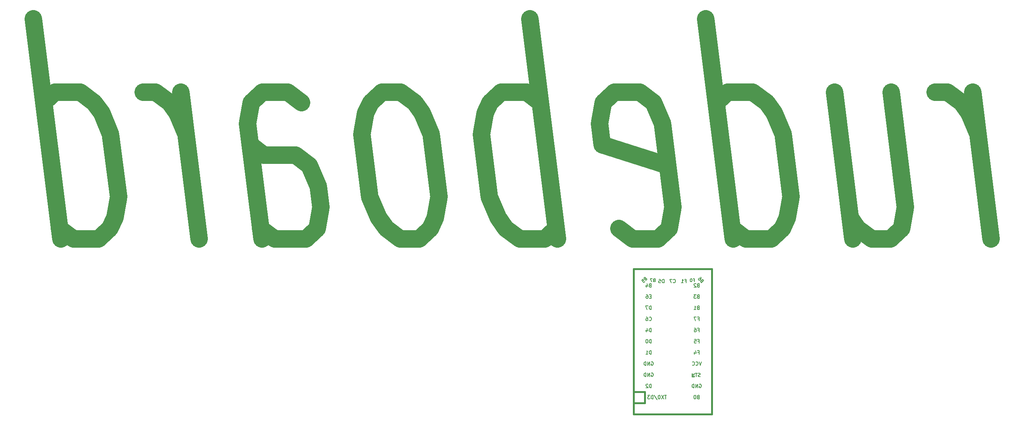
<source format=gbr>
G04 #@! TF.GenerationSoftware,KiCad,Pcbnew,(5.1.2)-2*
G04 #@! TF.CreationDate,2019-06-19T01:42:53+05:00*
G04 #@! TF.ProjectId,rudeboard,72756465-626f-4617-9264-2e6b69636164,1*
G04 #@! TF.SameCoordinates,Original*
G04 #@! TF.FileFunction,Legend,Bot*
G04 #@! TF.FilePolarity,Positive*
%FSLAX46Y46*%
G04 Gerber Fmt 4.6, Leading zero omitted, Abs format (unit mm)*
G04 Created by KiCad (PCBNEW (5.1.2)-2) date 2019-06-19 01:42:53*
%MOMM*%
%LPD*%
G04 APERTURE LIST*
%ADD10C,4.000000*%
%ADD11C,0.381000*%
%ADD12C,0.150000*%
G04 APERTURE END LIST*
D10*
X326456166Y-140475047D02*
X322289500Y-107141714D01*
X323479976Y-116665523D02*
X321456166Y-111903619D01*
X319729976Y-109522666D01*
X316575214Y-107141714D01*
X313718071Y-107141714D01*
X290860928Y-107141714D02*
X295027595Y-140475047D01*
X303718071Y-107141714D02*
X306991880Y-133332190D01*
X306158547Y-138094095D01*
X303599023Y-140475047D01*
X299313309Y-140475047D01*
X296158547Y-138094095D01*
X294432357Y-135713142D01*
X267884738Y-140475047D02*
X261634738Y-90475047D01*
X267587119Y-138094095D02*
X270741880Y-140475047D01*
X276456166Y-140475047D01*
X279015690Y-138094095D01*
X280146642Y-135713142D01*
X280979976Y-130951238D01*
X279194261Y-116665523D01*
X277170452Y-111903619D01*
X275444261Y-109522666D01*
X272289500Y-107141714D01*
X266575214Y-107141714D01*
X264015690Y-109522666D01*
X241872833Y-138094095D02*
X245027595Y-140475047D01*
X250741880Y-140475047D01*
X253301404Y-138094095D01*
X254134738Y-133332190D01*
X251753785Y-114284571D01*
X249729976Y-109522666D01*
X246575214Y-107141714D01*
X240860928Y-107141714D01*
X238301404Y-109522666D01*
X237468071Y-114284571D01*
X238063309Y-119046476D01*
X252944261Y-123808380D01*
X227884738Y-140475047D02*
X221634738Y-90475047D01*
X224015690Y-109522666D02*
X220860928Y-107141714D01*
X215146642Y-107141714D01*
X212587119Y-109522666D01*
X211456166Y-111903619D01*
X210622833Y-116665523D01*
X212408547Y-130951238D01*
X214432357Y-135713142D01*
X216158547Y-138094095D01*
X219313309Y-140475047D01*
X225027595Y-140475047D01*
X227587119Y-138094095D01*
X196456166Y-140475047D02*
X199015690Y-138094095D01*
X200146642Y-135713142D01*
X200979976Y-130951238D01*
X199194261Y-116665523D01*
X197170452Y-111903619D01*
X195444261Y-109522666D01*
X192289500Y-107141714D01*
X188003785Y-107141714D01*
X185444261Y-109522666D01*
X184313309Y-111903619D01*
X183479976Y-116665523D01*
X185265690Y-130951238D01*
X187289500Y-135713142D01*
X189015690Y-138094095D01*
X192170452Y-140475047D01*
X196456166Y-140475047D01*
X160741880Y-140475047D02*
X157468071Y-114284571D01*
X158301404Y-109522666D01*
X160860928Y-107141714D01*
X166575214Y-107141714D01*
X169729976Y-109522666D01*
X160444261Y-138094095D02*
X163599023Y-140475047D01*
X170741880Y-140475047D01*
X173301404Y-138094095D01*
X174134738Y-133332190D01*
X173539500Y-128570285D01*
X171515690Y-123808380D01*
X168360928Y-121427428D01*
X161218071Y-121427428D01*
X158063309Y-119046476D01*
X146456166Y-140475047D02*
X142289500Y-107141714D01*
X143479976Y-116665523D02*
X141456166Y-111903619D01*
X139729976Y-109522666D01*
X136575214Y-107141714D01*
X133718071Y-107141714D01*
X115027595Y-140475047D02*
X108777595Y-90475047D01*
X114729976Y-138094095D02*
X117884738Y-140475047D01*
X123599023Y-140475047D01*
X126158547Y-138094095D01*
X127289500Y-135713142D01*
X128122833Y-130951238D01*
X126337119Y-116665523D01*
X124313309Y-111903619D01*
X122587119Y-109522666D01*
X119432357Y-107141714D01*
X113718071Y-107141714D01*
X111158547Y-109522666D01*
D11*
X247777000Y-177800000D02*
X245237000Y-177800000D01*
X245237000Y-180340000D02*
X245237000Y-177800000D01*
X263017000Y-180340000D02*
X245237000Y-180340000D01*
X263017000Y-177800000D02*
X263017000Y-180340000D01*
D12*
G36*
X259058568Y-171320640D02*
G01*
X259058568Y-171120640D01*
X258958568Y-171120640D01*
X258958568Y-171320640D01*
X259058568Y-171320640D01*
G37*
X259058568Y-171320640D02*
X259058568Y-171120640D01*
X258958568Y-171120640D01*
X258958568Y-171320640D01*
X259058568Y-171320640D01*
G36*
X258658568Y-171920640D02*
G01*
X258658568Y-171120640D01*
X258558568Y-171120640D01*
X258558568Y-171920640D01*
X258658568Y-171920640D01*
G37*
X258658568Y-171920640D02*
X258658568Y-171120640D01*
X258558568Y-171120640D01*
X258558568Y-171920640D01*
X258658568Y-171920640D01*
G36*
X259058568Y-171920640D02*
G01*
X259058568Y-171820640D01*
X258558568Y-171820640D01*
X258558568Y-171920640D01*
X259058568Y-171920640D01*
G37*
X259058568Y-171920640D02*
X259058568Y-171820640D01*
X258558568Y-171820640D01*
X258558568Y-171920640D01*
X259058568Y-171920640D01*
G36*
X258858568Y-171520640D02*
G01*
X258858568Y-171420640D01*
X258758568Y-171420640D01*
X258758568Y-171520640D01*
X258858568Y-171520640D01*
G37*
X258858568Y-171520640D02*
X258858568Y-171420640D01*
X258758568Y-171420640D01*
X258758568Y-171520640D01*
X258858568Y-171520640D01*
G36*
X259058568Y-171920640D02*
G01*
X259058568Y-171620640D01*
X258958568Y-171620640D01*
X258958568Y-171920640D01*
X259058568Y-171920640D01*
G37*
X259058568Y-171920640D02*
X259058568Y-171620640D01*
X258958568Y-171620640D01*
X258958568Y-171920640D01*
X259058568Y-171920640D01*
D11*
X247777000Y-175260000D02*
X245237000Y-175260000D01*
X247777000Y-177800000D02*
X247777000Y-175260000D01*
X263017000Y-147320000D02*
X263017000Y-177800000D01*
X245237000Y-147320000D02*
X263017000Y-147320000D01*
X245237000Y-177800000D02*
X245237000Y-147320000D01*
D12*
X252177476Y-150521904D02*
X252177476Y-149721904D01*
X251987000Y-149721904D01*
X251872714Y-149760000D01*
X251796523Y-149836190D01*
X251758428Y-149912380D01*
X251720333Y-150064761D01*
X251720333Y-150179047D01*
X251758428Y-150331428D01*
X251796523Y-150407619D01*
X251872714Y-150483809D01*
X251987000Y-150521904D01*
X252177476Y-150521904D01*
X250996523Y-149721904D02*
X251377476Y-149721904D01*
X251415571Y-150102857D01*
X251377476Y-150064761D01*
X251301285Y-150026666D01*
X251110809Y-150026666D01*
X251034619Y-150064761D01*
X250996523Y-150102857D01*
X250958428Y-150179047D01*
X250958428Y-150369523D01*
X250996523Y-150445714D01*
X251034619Y-150483809D01*
X251110809Y-150521904D01*
X251301285Y-150521904D01*
X251377476Y-150483809D01*
X251415571Y-150445714D01*
X256933666Y-150102857D02*
X257200333Y-150102857D01*
X257200333Y-150521904D02*
X257200333Y-149721904D01*
X256819380Y-149721904D01*
X256095571Y-150521904D02*
X256552714Y-150521904D01*
X256324142Y-150521904D02*
X256324142Y-149721904D01*
X256400333Y-149836190D01*
X256476523Y-149912380D01*
X256552714Y-149950476D01*
X254260333Y-150445714D02*
X254298428Y-150483809D01*
X254412714Y-150521904D01*
X254488904Y-150521904D01*
X254603190Y-150483809D01*
X254679380Y-150407619D01*
X254717476Y-150331428D01*
X254755571Y-150179047D01*
X254755571Y-150064761D01*
X254717476Y-149912380D01*
X254679380Y-149836190D01*
X254603190Y-149760000D01*
X254488904Y-149721904D01*
X254412714Y-149721904D01*
X254298428Y-149760000D01*
X254260333Y-149798095D01*
X253993666Y-149721904D02*
X253460333Y-149721904D01*
X253803190Y-150521904D01*
X260762702Y-150024991D02*
X260668421Y-149977851D01*
X260621280Y-149977851D01*
X260550570Y-150001421D01*
X260479859Y-150072132D01*
X260456289Y-150142842D01*
X260456289Y-150189983D01*
X260479859Y-150260693D01*
X260668421Y-150449255D01*
X261163396Y-149954280D01*
X260998404Y-149789289D01*
X260927693Y-149765719D01*
X260880553Y-149765719D01*
X260809842Y-149789289D01*
X260762702Y-149836429D01*
X260739132Y-149907140D01*
X260739132Y-149954280D01*
X260762702Y-150024991D01*
X260927693Y-150189983D01*
X260456289Y-149247174D02*
X260550570Y-149341455D01*
X260574140Y-149412165D01*
X260574140Y-149459306D01*
X260550570Y-149577157D01*
X260479859Y-149695008D01*
X260291297Y-149883570D01*
X260220587Y-149907140D01*
X260173446Y-149907140D01*
X260102735Y-149883570D01*
X260008455Y-149789289D01*
X259984884Y-149718578D01*
X259984884Y-149671438D01*
X260008455Y-149600727D01*
X260126306Y-149482876D01*
X260197016Y-149459306D01*
X260244157Y-149459306D01*
X260314867Y-149482876D01*
X260409148Y-149577157D01*
X260432719Y-149647867D01*
X260432719Y-149695008D01*
X260409148Y-149765719D01*
X258860333Y-149910000D02*
X259093666Y-149910000D01*
X259093666Y-150276666D02*
X259093666Y-149576666D01*
X258760333Y-149576666D01*
X258360333Y-149576666D02*
X258293666Y-149576666D01*
X258227000Y-149610000D01*
X258193666Y-149643333D01*
X258160333Y-149710000D01*
X258127000Y-149843333D01*
X258127000Y-150010000D01*
X258160333Y-150143333D01*
X258193666Y-150210000D01*
X258227000Y-150243333D01*
X258293666Y-150276666D01*
X258360333Y-150276666D01*
X258427000Y-150243333D01*
X258460333Y-150210000D01*
X258493666Y-150143333D01*
X258527000Y-150010000D01*
X258527000Y-149843333D01*
X258493666Y-149710000D01*
X258460333Y-149643333D01*
X258427000Y-149610000D01*
X258360333Y-149576666D01*
X249910333Y-149910000D02*
X249810333Y-149943333D01*
X249777000Y-149976666D01*
X249743666Y-150043333D01*
X249743666Y-150143333D01*
X249777000Y-150210000D01*
X249810333Y-150243333D01*
X249877000Y-150276666D01*
X250143666Y-150276666D01*
X250143666Y-149576666D01*
X249910333Y-149576666D01*
X249843666Y-149610000D01*
X249810333Y-149643333D01*
X249777000Y-149710000D01*
X249777000Y-149776666D01*
X249810333Y-149843333D01*
X249843666Y-149876666D01*
X249910333Y-149910000D01*
X250143666Y-149910000D01*
X249510333Y-149576666D02*
X249043666Y-149576666D01*
X249343666Y-150276666D01*
X252745604Y-176091904D02*
X252288461Y-176091904D01*
X252517032Y-176891904D02*
X252517032Y-176091904D01*
X252097985Y-176091904D02*
X251564651Y-176891904D01*
X251564651Y-176091904D02*
X252097985Y-176891904D01*
X251107508Y-176091904D02*
X251031318Y-176091904D01*
X250955128Y-176130000D01*
X250917032Y-176168095D01*
X250878937Y-176244285D01*
X250840842Y-176396666D01*
X250840842Y-176587142D01*
X250878937Y-176739523D01*
X250917032Y-176815714D01*
X250955128Y-176853809D01*
X251031318Y-176891904D01*
X251107508Y-176891904D01*
X251183699Y-176853809D01*
X251221794Y-176815714D01*
X251259889Y-176739523D01*
X251297985Y-176587142D01*
X251297985Y-176396666D01*
X251259889Y-176244285D01*
X251221794Y-176168095D01*
X251183699Y-176130000D01*
X251107508Y-176091904D01*
X249926556Y-176053809D02*
X250612270Y-177082380D01*
X249659889Y-176891904D02*
X249659889Y-176091904D01*
X249469413Y-176091904D01*
X249355128Y-176130000D01*
X249278937Y-176206190D01*
X249240842Y-176282380D01*
X249202747Y-176434761D01*
X249202747Y-176549047D01*
X249240842Y-176701428D01*
X249278937Y-176777619D01*
X249355128Y-176853809D01*
X249469413Y-176891904D01*
X249659889Y-176891904D01*
X248936080Y-176091904D02*
X248440842Y-176091904D01*
X248707508Y-176396666D01*
X248593223Y-176396666D01*
X248517032Y-176434761D01*
X248478937Y-176472857D01*
X248440842Y-176549047D01*
X248440842Y-176739523D01*
X248478937Y-176815714D01*
X248517032Y-176853809D01*
X248593223Y-176891904D01*
X248821794Y-176891904D01*
X248897985Y-176853809D01*
X248936080Y-176815714D01*
X249256476Y-174351904D02*
X249256476Y-173551904D01*
X249066000Y-173551904D01*
X248951714Y-173590000D01*
X248875523Y-173666190D01*
X248837428Y-173742380D01*
X248799333Y-173894761D01*
X248799333Y-174009047D01*
X248837428Y-174161428D01*
X248875523Y-174237619D01*
X248951714Y-174313809D01*
X249066000Y-174351904D01*
X249256476Y-174351904D01*
X248494571Y-173628095D02*
X248456476Y-173590000D01*
X248380285Y-173551904D01*
X248189809Y-173551904D01*
X248113619Y-173590000D01*
X248075523Y-173628095D01*
X248037428Y-173704285D01*
X248037428Y-173780476D01*
X248075523Y-173894761D01*
X248532666Y-174351904D01*
X248037428Y-174351904D01*
X249256476Y-164191904D02*
X249256476Y-163391904D01*
X249066000Y-163391904D01*
X248951714Y-163430000D01*
X248875523Y-163506190D01*
X248837428Y-163582380D01*
X248799333Y-163734761D01*
X248799333Y-163849047D01*
X248837428Y-164001428D01*
X248875523Y-164077619D01*
X248951714Y-164153809D01*
X249066000Y-164191904D01*
X249256476Y-164191904D01*
X248304095Y-163391904D02*
X248227904Y-163391904D01*
X248151714Y-163430000D01*
X248113619Y-163468095D01*
X248075523Y-163544285D01*
X248037428Y-163696666D01*
X248037428Y-163887142D01*
X248075523Y-164039523D01*
X248113619Y-164115714D01*
X248151714Y-164153809D01*
X248227904Y-164191904D01*
X248304095Y-164191904D01*
X248380285Y-164153809D01*
X248418380Y-164115714D01*
X248456476Y-164039523D01*
X248494571Y-163887142D01*
X248494571Y-163696666D01*
X248456476Y-163544285D01*
X248418380Y-163468095D01*
X248380285Y-163430000D01*
X248304095Y-163391904D01*
X249256476Y-166731904D02*
X249256476Y-165931904D01*
X249066000Y-165931904D01*
X248951714Y-165970000D01*
X248875523Y-166046190D01*
X248837428Y-166122380D01*
X248799333Y-166274761D01*
X248799333Y-166389047D01*
X248837428Y-166541428D01*
X248875523Y-166617619D01*
X248951714Y-166693809D01*
X249066000Y-166731904D01*
X249256476Y-166731904D01*
X248037428Y-166731904D02*
X248494571Y-166731904D01*
X248266000Y-166731904D02*
X248266000Y-165931904D01*
X248342190Y-166046190D01*
X248418380Y-166122380D01*
X248494571Y-166160476D01*
X249275523Y-168510000D02*
X249351714Y-168471904D01*
X249466000Y-168471904D01*
X249580285Y-168510000D01*
X249656476Y-168586190D01*
X249694571Y-168662380D01*
X249732666Y-168814761D01*
X249732666Y-168929047D01*
X249694571Y-169081428D01*
X249656476Y-169157619D01*
X249580285Y-169233809D01*
X249466000Y-169271904D01*
X249389809Y-169271904D01*
X249275523Y-169233809D01*
X249237428Y-169195714D01*
X249237428Y-168929047D01*
X249389809Y-168929047D01*
X248894571Y-169271904D02*
X248894571Y-168471904D01*
X248437428Y-169271904D01*
X248437428Y-168471904D01*
X248056476Y-169271904D02*
X248056476Y-168471904D01*
X247866000Y-168471904D01*
X247751714Y-168510000D01*
X247675523Y-168586190D01*
X247637428Y-168662380D01*
X247599333Y-168814761D01*
X247599333Y-168929047D01*
X247637428Y-169081428D01*
X247675523Y-169157619D01*
X247751714Y-169233809D01*
X247866000Y-169271904D01*
X248056476Y-169271904D01*
X249275523Y-171050000D02*
X249351714Y-171011904D01*
X249466000Y-171011904D01*
X249580285Y-171050000D01*
X249656476Y-171126190D01*
X249694571Y-171202380D01*
X249732666Y-171354761D01*
X249732666Y-171469047D01*
X249694571Y-171621428D01*
X249656476Y-171697619D01*
X249580285Y-171773809D01*
X249466000Y-171811904D01*
X249389809Y-171811904D01*
X249275523Y-171773809D01*
X249237428Y-171735714D01*
X249237428Y-171469047D01*
X249389809Y-171469047D01*
X248894571Y-171811904D02*
X248894571Y-171011904D01*
X248437428Y-171811904D01*
X248437428Y-171011904D01*
X248056476Y-171811904D02*
X248056476Y-171011904D01*
X247866000Y-171011904D01*
X247751714Y-171050000D01*
X247675523Y-171126190D01*
X247637428Y-171202380D01*
X247599333Y-171354761D01*
X247599333Y-171469047D01*
X247637428Y-171621428D01*
X247675523Y-171697619D01*
X247751714Y-171773809D01*
X247866000Y-171811904D01*
X248056476Y-171811904D01*
X249256476Y-161651904D02*
X249256476Y-160851904D01*
X249066000Y-160851904D01*
X248951714Y-160890000D01*
X248875523Y-160966190D01*
X248837428Y-161042380D01*
X248799333Y-161194761D01*
X248799333Y-161309047D01*
X248837428Y-161461428D01*
X248875523Y-161537619D01*
X248951714Y-161613809D01*
X249066000Y-161651904D01*
X249256476Y-161651904D01*
X248113619Y-161118571D02*
X248113619Y-161651904D01*
X248304095Y-160813809D02*
X248494571Y-161385238D01*
X247999333Y-161385238D01*
X248799333Y-159035714D02*
X248837428Y-159073809D01*
X248951714Y-159111904D01*
X249027904Y-159111904D01*
X249142190Y-159073809D01*
X249218380Y-158997619D01*
X249256476Y-158921428D01*
X249294571Y-158769047D01*
X249294571Y-158654761D01*
X249256476Y-158502380D01*
X249218380Y-158426190D01*
X249142190Y-158350000D01*
X249027904Y-158311904D01*
X248951714Y-158311904D01*
X248837428Y-158350000D01*
X248799333Y-158388095D01*
X248113619Y-158311904D02*
X248266000Y-158311904D01*
X248342190Y-158350000D01*
X248380285Y-158388095D01*
X248456476Y-158502380D01*
X248494571Y-158654761D01*
X248494571Y-158959523D01*
X248456476Y-159035714D01*
X248418380Y-159073809D01*
X248342190Y-159111904D01*
X248189809Y-159111904D01*
X248113619Y-159073809D01*
X248075523Y-159035714D01*
X248037428Y-158959523D01*
X248037428Y-158769047D01*
X248075523Y-158692857D01*
X248113619Y-158654761D01*
X248189809Y-158616666D01*
X248342190Y-158616666D01*
X248418380Y-158654761D01*
X248456476Y-158692857D01*
X248494571Y-158769047D01*
X249256476Y-156571904D02*
X249256476Y-155771904D01*
X249066000Y-155771904D01*
X248951714Y-155810000D01*
X248875523Y-155886190D01*
X248837428Y-155962380D01*
X248799333Y-156114761D01*
X248799333Y-156229047D01*
X248837428Y-156381428D01*
X248875523Y-156457619D01*
X248951714Y-156533809D01*
X249066000Y-156571904D01*
X249256476Y-156571904D01*
X248532666Y-155771904D02*
X247999333Y-155771904D01*
X248342190Y-156571904D01*
X249218380Y-153612857D02*
X248951714Y-153612857D01*
X248837428Y-154031904D02*
X249218380Y-154031904D01*
X249218380Y-153231904D01*
X248837428Y-153231904D01*
X248151714Y-153231904D02*
X248304095Y-153231904D01*
X248380285Y-153270000D01*
X248418380Y-153308095D01*
X248494571Y-153422380D01*
X248532666Y-153574761D01*
X248532666Y-153879523D01*
X248494571Y-153955714D01*
X248456476Y-153993809D01*
X248380285Y-154031904D01*
X248227904Y-154031904D01*
X248151714Y-153993809D01*
X248113619Y-153955714D01*
X248075523Y-153879523D01*
X248075523Y-153689047D01*
X248113619Y-153612857D01*
X248151714Y-153574761D01*
X248227904Y-153536666D01*
X248380285Y-153536666D01*
X248456476Y-153574761D01*
X248494571Y-153612857D01*
X248532666Y-153689047D01*
X248989809Y-151072857D02*
X248875523Y-151110952D01*
X248837428Y-151149047D01*
X248799333Y-151225238D01*
X248799333Y-151339523D01*
X248837428Y-151415714D01*
X248875523Y-151453809D01*
X248951714Y-151491904D01*
X249256476Y-151491904D01*
X249256476Y-150691904D01*
X248989809Y-150691904D01*
X248913619Y-150730000D01*
X248875523Y-150768095D01*
X248837428Y-150844285D01*
X248837428Y-150920476D01*
X248875523Y-150996666D01*
X248913619Y-151034761D01*
X248989809Y-151072857D01*
X249256476Y-151072857D01*
X248113619Y-150958571D02*
X248113619Y-151491904D01*
X248304095Y-150653809D02*
X248494571Y-151225238D01*
X247999333Y-151225238D01*
X247891991Y-149624297D02*
X247844851Y-149718578D01*
X247844851Y-149765719D01*
X247868421Y-149836429D01*
X247939132Y-149907140D01*
X248009842Y-149930710D01*
X248056983Y-149930710D01*
X248127693Y-149907140D01*
X248316255Y-149718578D01*
X247821280Y-149223603D01*
X247656289Y-149388595D01*
X247632719Y-149459306D01*
X247632719Y-149506446D01*
X247656289Y-149577157D01*
X247703429Y-149624297D01*
X247774140Y-149647867D01*
X247821280Y-149647867D01*
X247891991Y-149624297D01*
X248056983Y-149459306D01*
X247090603Y-149954280D02*
X247326306Y-149718578D01*
X247585578Y-149930710D01*
X247538438Y-149930710D01*
X247467727Y-149954280D01*
X247349876Y-150072132D01*
X247326306Y-150142842D01*
X247326306Y-150189983D01*
X247349876Y-150260693D01*
X247467727Y-150378544D01*
X247538438Y-150402115D01*
X247585578Y-150402115D01*
X247656289Y-150378544D01*
X247774140Y-150260693D01*
X247797710Y-150189983D01*
X247797710Y-150142842D01*
X259911809Y-153612857D02*
X259797523Y-153650952D01*
X259759428Y-153689047D01*
X259721333Y-153765238D01*
X259721333Y-153879523D01*
X259759428Y-153955714D01*
X259797523Y-153993809D01*
X259873714Y-154031904D01*
X260178476Y-154031904D01*
X260178476Y-153231904D01*
X259911809Y-153231904D01*
X259835619Y-153270000D01*
X259797523Y-153308095D01*
X259759428Y-153384285D01*
X259759428Y-153460476D01*
X259797523Y-153536666D01*
X259835619Y-153574761D01*
X259911809Y-153612857D01*
X260178476Y-153612857D01*
X259454666Y-153231904D02*
X258959428Y-153231904D01*
X259226095Y-153536666D01*
X259111809Y-153536666D01*
X259035619Y-153574761D01*
X258997523Y-153612857D01*
X258959428Y-153689047D01*
X258959428Y-153879523D01*
X258997523Y-153955714D01*
X259035619Y-153993809D01*
X259111809Y-154031904D01*
X259340380Y-154031904D01*
X259416571Y-153993809D01*
X259454666Y-153955714D01*
X259911809Y-156152857D02*
X259797523Y-156190952D01*
X259759428Y-156229047D01*
X259721333Y-156305238D01*
X259721333Y-156419523D01*
X259759428Y-156495714D01*
X259797523Y-156533809D01*
X259873714Y-156571904D01*
X260178476Y-156571904D01*
X260178476Y-155771904D01*
X259911809Y-155771904D01*
X259835619Y-155810000D01*
X259797523Y-155848095D01*
X259759428Y-155924285D01*
X259759428Y-156000476D01*
X259797523Y-156076666D01*
X259835619Y-156114761D01*
X259911809Y-156152857D01*
X260178476Y-156152857D01*
X258959428Y-156571904D02*
X259416571Y-156571904D01*
X259188000Y-156571904D02*
X259188000Y-155771904D01*
X259264190Y-155886190D01*
X259340380Y-155962380D01*
X259416571Y-156000476D01*
X259854666Y-166312857D02*
X260121333Y-166312857D01*
X260121333Y-166731904D02*
X260121333Y-165931904D01*
X259740380Y-165931904D01*
X259092761Y-166198571D02*
X259092761Y-166731904D01*
X259283238Y-165893809D02*
X259473714Y-166465238D01*
X258978476Y-166465238D01*
X260654666Y-168471904D02*
X260388000Y-169271904D01*
X260121333Y-168471904D01*
X259397523Y-169195714D02*
X259435619Y-169233809D01*
X259549904Y-169271904D01*
X259626095Y-169271904D01*
X259740380Y-169233809D01*
X259816571Y-169157619D01*
X259854666Y-169081428D01*
X259892761Y-168929047D01*
X259892761Y-168814761D01*
X259854666Y-168662380D01*
X259816571Y-168586190D01*
X259740380Y-168510000D01*
X259626095Y-168471904D01*
X259549904Y-168471904D01*
X259435619Y-168510000D01*
X259397523Y-168548095D01*
X258597523Y-169195714D02*
X258635619Y-169233809D01*
X258749904Y-169271904D01*
X258826095Y-169271904D01*
X258940380Y-169233809D01*
X259016571Y-169157619D01*
X259054666Y-169081428D01*
X259092761Y-168929047D01*
X259092761Y-168814761D01*
X259054666Y-168662380D01*
X259016571Y-168586190D01*
X258940380Y-168510000D01*
X258826095Y-168471904D01*
X258749904Y-168471904D01*
X258635619Y-168510000D01*
X258597523Y-168548095D01*
X260393453Y-171803809D02*
X260279167Y-171841904D01*
X260088691Y-171841904D01*
X260012500Y-171803809D01*
X259974405Y-171765714D01*
X259936310Y-171689523D01*
X259936310Y-171613333D01*
X259974405Y-171537142D01*
X260012500Y-171499047D01*
X260088691Y-171460952D01*
X260241072Y-171422857D01*
X260317262Y-171384761D01*
X260355358Y-171346666D01*
X260393453Y-171270476D01*
X260393453Y-171194285D01*
X260355358Y-171118095D01*
X260317262Y-171080000D01*
X260241072Y-171041904D01*
X260050596Y-171041904D01*
X259936310Y-171080000D01*
X259707739Y-171041904D02*
X259250596Y-171041904D01*
X259479167Y-171841904D02*
X259479167Y-171041904D01*
X260197523Y-173590000D02*
X260273714Y-173551904D01*
X260388000Y-173551904D01*
X260502285Y-173590000D01*
X260578476Y-173666190D01*
X260616571Y-173742380D01*
X260654666Y-173894761D01*
X260654666Y-174009047D01*
X260616571Y-174161428D01*
X260578476Y-174237619D01*
X260502285Y-174313809D01*
X260388000Y-174351904D01*
X260311809Y-174351904D01*
X260197523Y-174313809D01*
X260159428Y-174275714D01*
X260159428Y-174009047D01*
X260311809Y-174009047D01*
X259816571Y-174351904D02*
X259816571Y-173551904D01*
X259359428Y-174351904D01*
X259359428Y-173551904D01*
X258978476Y-174351904D02*
X258978476Y-173551904D01*
X258788000Y-173551904D01*
X258673714Y-173590000D01*
X258597523Y-173666190D01*
X258559428Y-173742380D01*
X258521333Y-173894761D01*
X258521333Y-174009047D01*
X258559428Y-174161428D01*
X258597523Y-174237619D01*
X258673714Y-174313809D01*
X258788000Y-174351904D01*
X258978476Y-174351904D01*
X259911809Y-176472857D02*
X259797523Y-176510952D01*
X259759428Y-176549047D01*
X259721333Y-176625238D01*
X259721333Y-176739523D01*
X259759428Y-176815714D01*
X259797523Y-176853809D01*
X259873714Y-176891904D01*
X260178476Y-176891904D01*
X260178476Y-176091904D01*
X259911809Y-176091904D01*
X259835619Y-176130000D01*
X259797523Y-176168095D01*
X259759428Y-176244285D01*
X259759428Y-176320476D01*
X259797523Y-176396666D01*
X259835619Y-176434761D01*
X259911809Y-176472857D01*
X260178476Y-176472857D01*
X259226095Y-176091904D02*
X259149904Y-176091904D01*
X259073714Y-176130000D01*
X259035619Y-176168095D01*
X258997523Y-176244285D01*
X258959428Y-176396666D01*
X258959428Y-176587142D01*
X258997523Y-176739523D01*
X259035619Y-176815714D01*
X259073714Y-176853809D01*
X259149904Y-176891904D01*
X259226095Y-176891904D01*
X259302285Y-176853809D01*
X259340380Y-176815714D01*
X259378476Y-176739523D01*
X259416571Y-176587142D01*
X259416571Y-176396666D01*
X259378476Y-176244285D01*
X259340380Y-176168095D01*
X259302285Y-176130000D01*
X259226095Y-176091904D01*
X259854666Y-163772857D02*
X260121333Y-163772857D01*
X260121333Y-164191904D02*
X260121333Y-163391904D01*
X259740380Y-163391904D01*
X259054666Y-163391904D02*
X259435619Y-163391904D01*
X259473714Y-163772857D01*
X259435619Y-163734761D01*
X259359428Y-163696666D01*
X259168952Y-163696666D01*
X259092761Y-163734761D01*
X259054666Y-163772857D01*
X259016571Y-163849047D01*
X259016571Y-164039523D01*
X259054666Y-164115714D01*
X259092761Y-164153809D01*
X259168952Y-164191904D01*
X259359428Y-164191904D01*
X259435619Y-164153809D01*
X259473714Y-164115714D01*
X259854666Y-161232857D02*
X260121333Y-161232857D01*
X260121333Y-161651904D02*
X260121333Y-160851904D01*
X259740380Y-160851904D01*
X259092761Y-160851904D02*
X259245142Y-160851904D01*
X259321333Y-160890000D01*
X259359428Y-160928095D01*
X259435619Y-161042380D01*
X259473714Y-161194761D01*
X259473714Y-161499523D01*
X259435619Y-161575714D01*
X259397523Y-161613809D01*
X259321333Y-161651904D01*
X259168952Y-161651904D01*
X259092761Y-161613809D01*
X259054666Y-161575714D01*
X259016571Y-161499523D01*
X259016571Y-161309047D01*
X259054666Y-161232857D01*
X259092761Y-161194761D01*
X259168952Y-161156666D01*
X259321333Y-161156666D01*
X259397523Y-161194761D01*
X259435619Y-161232857D01*
X259473714Y-161309047D01*
X259854666Y-158692857D02*
X260121333Y-158692857D01*
X260121333Y-159111904D02*
X260121333Y-158311904D01*
X259740380Y-158311904D01*
X259511809Y-158311904D02*
X258978476Y-158311904D01*
X259321333Y-159111904D01*
X259911809Y-151072857D02*
X259797523Y-151110952D01*
X259759428Y-151149047D01*
X259721333Y-151225238D01*
X259721333Y-151339523D01*
X259759428Y-151415714D01*
X259797523Y-151453809D01*
X259873714Y-151491904D01*
X260178476Y-151491904D01*
X260178476Y-150691904D01*
X259911809Y-150691904D01*
X259835619Y-150730000D01*
X259797523Y-150768095D01*
X259759428Y-150844285D01*
X259759428Y-150920476D01*
X259797523Y-150996666D01*
X259835619Y-151034761D01*
X259911809Y-151072857D01*
X260178476Y-151072857D01*
X259416571Y-150768095D02*
X259378476Y-150730000D01*
X259302285Y-150691904D01*
X259111809Y-150691904D01*
X259035619Y-150730000D01*
X258997523Y-150768095D01*
X258959428Y-150844285D01*
X258959428Y-150920476D01*
X258997523Y-151034761D01*
X259454666Y-151491904D01*
X258959428Y-151491904D01*
M02*

</source>
